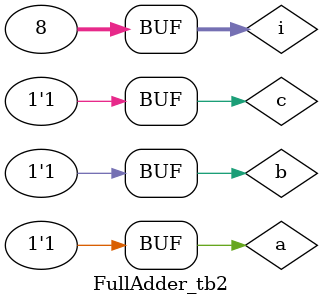
<source format=v>

module FullAdder_tb2;
 	reg a,b,c;
 	wire sum,carry;

  FullAdder dut (
	.a(a),
	.b(b),
	.c(c),
	.sum(sum),
	.carry(carry)
   );

    integer i;
     initial
      begin 
	for (i=0; i<8; i=i+1)
	  begin 
		{a,b,c}=i;
		   #10;
	  end
      end
     initial
	$monitor("a=%b  b=%b  c=%b | sum=%b  carry=%b",a,b,c,sum,carry);
   
endmodule

</source>
